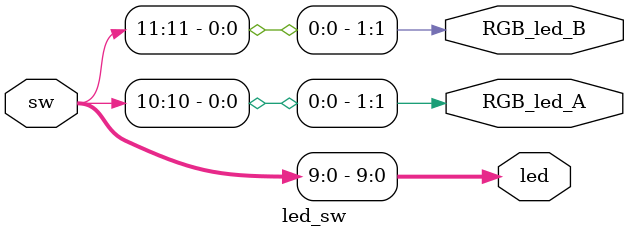
<source format=v>
`timescale 1ns / 1ps


module led_sw(
    output [9:0] led,
    output [2:0] RGB_led_A,
    output [2:0] RGB_led_B,
    input [11:0] sw
);

assign led = sw[9:0];

assign RGB_led_A[1] = sw[10];
assign RGB_led_B[1] = sw[11];

endmodule

</source>
